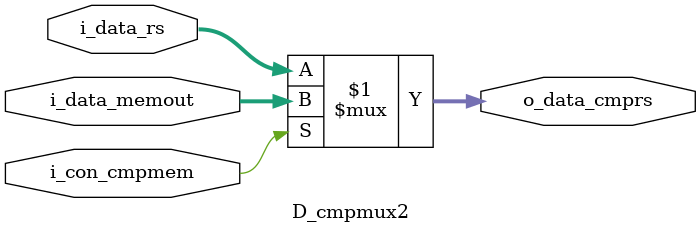
<source format=sv>
module D_cmpmux2(
	input logic [31:0] i_data_rs,
	input logic [31:0] i_data_memout,
	input logic i_con_cmpmem,
	output logic [31:0] o_data_cmprs
	);

assign o_data_cmprs = i_con_cmpmem ? i_data_memout : i_data_rs;

endmodule
</source>
